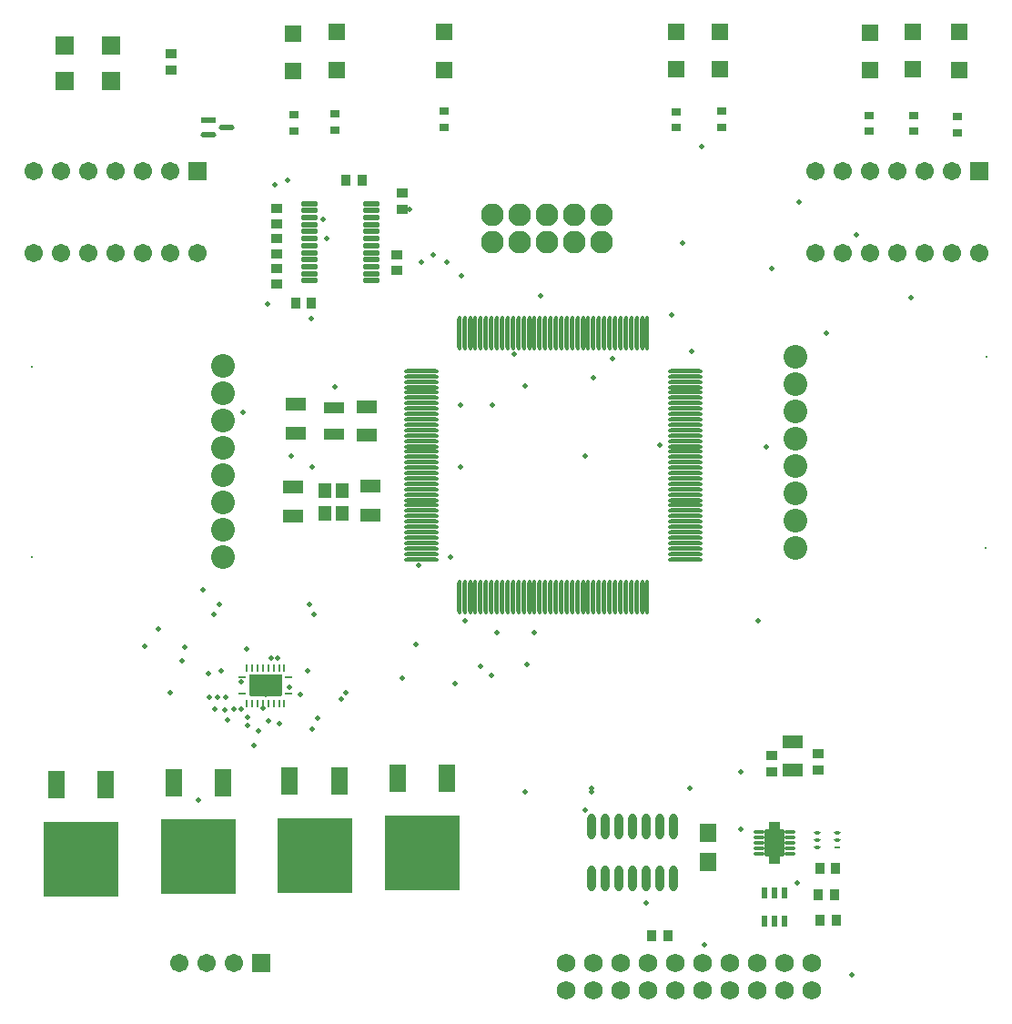
<source format=gbr>
%TF.GenerationSoftware,Altium Limited,Altium Designer,24.1.2 (44)*%
G04 Layer_Color=8388736*
%FSLAX45Y45*%
%MOMM*%
%TF.SameCoordinates,E01E6690-4C2E-4FB1-AE08-5A5A66155338*%
%TF.FilePolarity,Negative*%
%TF.FileFunction,Soldermask,Top*%
%TF.Part,Single*%
G01*
G75*
%TA.AperFunction,SMDPad,CuDef*%
G04:AMPARAMS|DCode=11|XSize=2.05mm|YSize=3.05mm|CornerRadius=0.05125mm|HoleSize=0mm|Usage=FLASHONLY|Rotation=90.000|XOffset=0mm|YOffset=0mm|HoleType=Round|Shape=RoundedRectangle|*
%AMROUNDEDRECTD11*
21,1,2.05000,2.94750,0,0,90.0*
21,1,1.94750,3.05000,0,0,90.0*
1,1,0.10250,1.47375,0.97375*
1,1,0.10250,1.47375,-0.97375*
1,1,0.10250,-1.47375,-0.97375*
1,1,0.10250,-1.47375,0.97375*
%
%ADD11ROUNDEDRECTD11*%
G04:AMPARAMS|DCode=12|XSize=0.24mm|YSize=0.6mm|CornerRadius=0.0504mm|HoleSize=0mm|Usage=FLASHONLY|Rotation=90.000|XOffset=0mm|YOffset=0mm|HoleType=Round|Shape=RoundedRectangle|*
%AMROUNDEDRECTD12*
21,1,0.24000,0.49920,0,0,90.0*
21,1,0.13920,0.60000,0,0,90.0*
1,1,0.10080,0.24960,0.06960*
1,1,0.10080,0.24960,-0.06960*
1,1,0.10080,-0.24960,-0.06960*
1,1,0.10080,-0.24960,0.06960*
%
%ADD12ROUNDEDRECTD12*%
G04:AMPARAMS|DCode=13|XSize=0.6mm|YSize=0.24mm|CornerRadius=0.0504mm|HoleSize=0mm|Usage=FLASHONLY|Rotation=90.000|XOffset=0mm|YOffset=0mm|HoleType=Round|Shape=RoundedRectangle|*
%AMROUNDEDRECTD13*
21,1,0.60000,0.13920,0,0,90.0*
21,1,0.49920,0.24000,0,0,90.0*
1,1,0.10080,0.06960,0.24960*
1,1,0.10080,0.06960,-0.24960*
1,1,0.10080,-0.06960,-0.24960*
1,1,0.10080,-0.06960,0.24960*
%
%ADD13ROUNDEDRECTD13*%
%ADD14R,1.50000X1.50000*%
%ADD15R,0.90000X0.65000*%
%ADD22R,0.60000X1.10000*%
%ADD23R,1.15000X1.40000*%
%ADD27R,7.00000X7.00000*%
%ADD28R,1.50000X2.50000*%
G04:AMPARAMS|DCode=29|XSize=1.46395mm|YSize=0.47583mm|CornerRadius=0.23791mm|HoleSize=0mm|Usage=FLASHONLY|Rotation=0.000|XOffset=0mm|YOffset=0mm|HoleType=Round|Shape=RoundedRectangle|*
%AMROUNDEDRECTD29*
21,1,1.46395,0.00000,0,0,0.0*
21,1,0.98813,0.47583,0,0,0.0*
1,1,0.47583,0.49406,0.00000*
1,1,0.47583,-0.49406,0.00000*
1,1,0.47583,-0.49406,0.00000*
1,1,0.47583,0.49406,0.00000*
%
%ADD29ROUNDEDRECTD29*%
%ADD30R,1.46395X0.47583*%
G04:AMPARAMS|DCode=31|XSize=1.5mm|YSize=0.45mm|CornerRadius=0.0495mm|HoleSize=0mm|Usage=FLASHONLY|Rotation=0.000|XOffset=0mm|YOffset=0mm|HoleType=Round|Shape=RoundedRectangle|*
%AMROUNDEDRECTD31*
21,1,1.50000,0.35100,0,0,0.0*
21,1,1.40100,0.45000,0,0,0.0*
1,1,0.09900,0.70050,-0.17550*
1,1,0.09900,-0.70050,-0.17550*
1,1,0.09900,-0.70050,0.17550*
1,1,0.09900,0.70050,0.17550*
%
%ADD31ROUNDEDRECTD31*%
%ADD32R,1.50000X1.75000*%
G04:AMPARAMS|DCode=33|XSize=0.61107mm|YSize=0.29247mm|CornerRadius=0.14624mm|HoleSize=0mm|Usage=FLASHONLY|Rotation=180.000|XOffset=0mm|YOffset=0mm|HoleType=Round|Shape=RoundedRectangle|*
%AMROUNDEDRECTD33*
21,1,0.61107,0.00000,0,0,180.0*
21,1,0.31860,0.29247,0,0,180.0*
1,1,0.29247,-0.15930,0.00000*
1,1,0.29247,0.15930,0.00000*
1,1,0.29247,0.15930,0.00000*
1,1,0.29247,-0.15930,0.00000*
%
%ADD33ROUNDEDRECTD33*%
%ADD34R,0.61107X0.29247*%
%ADD35R,1.90000X1.10000*%
%TA.AperFunction,ViaPad*%
%ADD48C,0.50000*%
%TA.AperFunction,SMDPad,CuDef*%
%ADD54O,0.42320X3.20320*%
%ADD55O,3.20320X0.42320*%
%ADD56R,0.90320X1.10320*%
%ADD57R,1.10320X0.90320*%
G04:AMPARAMS|DCode=58|XSize=1.79mm|YSize=2.54mm|CornerRadius=0.1195mm|HoleSize=0mm|Usage=FLASHONLY|Rotation=180.000|XOffset=0mm|YOffset=0mm|HoleType=Round|Shape=RoundedRectangle|*
%AMROUNDEDRECTD58*
21,1,1.79000,2.30100,0,0,180.0*
21,1,1.55100,2.54000,0,0,180.0*
1,1,0.23900,-0.77550,1.15050*
1,1,0.23900,0.77550,1.15050*
1,1,0.23900,0.77550,-1.15050*
1,1,0.23900,-0.77550,-1.15050*
%
%ADD58ROUNDEDRECTD58*%
G04:AMPARAMS|DCode=59|XSize=0.42mm|YSize=0.99mm|CornerRadius=0.1204mm|HoleSize=0mm|Usage=FLASHONLY|Rotation=270.000|XOffset=0mm|YOffset=0mm|HoleType=Round|Shape=RoundedRectangle|*
%AMROUNDEDRECTD59*
21,1,0.42000,0.74920,0,0,270.0*
21,1,0.17920,0.99000,0,0,270.0*
1,1,0.24080,-0.37460,-0.08960*
1,1,0.24080,-0.37460,0.08960*
1,1,0.24080,0.37460,0.08960*
1,1,0.24080,0.37460,-0.08960*
%
%ADD59ROUNDEDRECTD59*%
%ADD60R,1.90320X1.30320*%
%ADD61O,0.80320X2.40320*%
%ADD62R,1.70320X1.70320*%
%TA.AperFunction,NonConductor*%
%ADD63R,0.48321X0.90322*%
%ADD64R,0.48316X0.90322*%
%ADD65R,0.48316X0.90317*%
%ADD66R,0.48321X0.90317*%
%TA.AperFunction,ComponentPad*%
%ADD67C,1.72720*%
%ADD68C,1.70320*%
%ADD69R,1.70320X1.70320*%
%ADD70C,0.20320*%
%ADD71C,2.20320*%
%ADD72C,2.10320*%
%ADD73R,1.70320X1.70320*%
%TA.AperFunction,ViaPad*%
%ADD74C,0.50320*%
%ADD75C,0.70320*%
D11*
X7342414Y6160699D02*
D03*
D12*
X7557414Y6235700D02*
D03*
Y6085698D02*
D03*
X7127413Y6235700D02*
D03*
Y6085698D02*
D03*
D13*
X7167413Y6325697D02*
D03*
X7217415D02*
D03*
X7267412D02*
D03*
X7317415D02*
D03*
X7367412D02*
D03*
X7417415D02*
D03*
X7467412D02*
D03*
X7517414D02*
D03*
Y5995700D02*
D03*
X7467412D02*
D03*
X7417415D02*
D03*
X7367412D02*
D03*
X7317415D02*
D03*
X7267412D02*
D03*
X7217415D02*
D03*
X7167413D02*
D03*
D14*
X9004300Y11889999D02*
D03*
Y12240001D02*
D03*
X8001000Y11889999D02*
D03*
Y12240001D02*
D03*
X13792200Y11889999D02*
D03*
Y12240001D02*
D03*
X12966701Y11887200D02*
D03*
Y12237202D02*
D03*
X13360400Y11892798D02*
D03*
Y12242800D02*
D03*
X7594600Y11877299D02*
D03*
Y12227301D02*
D03*
X11569700Y11892798D02*
D03*
Y12242800D02*
D03*
X11163300Y11892798D02*
D03*
Y12242800D02*
D03*
D15*
X7988300Y11477102D02*
D03*
Y11332098D02*
D03*
X9004300Y11502502D02*
D03*
Y11357498D02*
D03*
X11163300Y11498798D02*
D03*
Y11353800D02*
D03*
X11582400Y11502502D02*
D03*
Y11357498D02*
D03*
X13373100Y11464402D02*
D03*
Y11319398D02*
D03*
X13779500Y11451702D02*
D03*
Y11306698D02*
D03*
X12953999Y11464402D02*
D03*
Y11319398D02*
D03*
X7607300Y11468100D02*
D03*
Y11323102D02*
D03*
D22*
X12172701Y3967099D02*
D03*
X12077700D02*
D03*
X11982699D02*
D03*
Y4237101D02*
D03*
X12077700D02*
D03*
X12172701D02*
D03*
D23*
X8051800Y7979700D02*
D03*
Y7759700D02*
D03*
X7891800D02*
D03*
Y7979700D02*
D03*
D27*
X7797800Y4580799D02*
D03*
X8801100Y4606199D02*
D03*
X6718300Y4568099D02*
D03*
X5626100Y4546600D02*
D03*
D28*
X7567798Y5270800D02*
D03*
X8027802D02*
D03*
X8571098Y5296200D02*
D03*
X9031102D02*
D03*
X6488298Y5258100D02*
D03*
X6948302D02*
D03*
X5396098Y5236601D02*
D03*
X5856102D02*
D03*
D29*
X6978112Y11353800D02*
D03*
X6814088Y11288801D02*
D03*
D30*
Y11418799D02*
D03*
D31*
X8329102Y10644500D02*
D03*
Y10579501D02*
D03*
Y10514498D02*
D03*
Y10449499D02*
D03*
Y10384500D02*
D03*
Y10319502D02*
D03*
Y10254498D02*
D03*
Y10189500D02*
D03*
Y10124501D02*
D03*
Y10059502D02*
D03*
Y9994499D02*
D03*
Y9929500D02*
D03*
X7749098D02*
D03*
Y9994499D02*
D03*
Y10059502D02*
D03*
Y10124501D02*
D03*
Y10189500D02*
D03*
Y10254498D02*
D03*
Y10319502D02*
D03*
Y10384500D02*
D03*
Y10449499D02*
D03*
Y10514498D02*
D03*
Y10579501D02*
D03*
Y10644500D02*
D03*
D32*
X11455400Y4796201D02*
D03*
Y4521200D02*
D03*
D33*
X12471796Y4659401D02*
D03*
Y4724400D02*
D03*
Y4789399D02*
D03*
X12661900D02*
D03*
Y4724400D02*
D03*
D34*
Y4659401D02*
D03*
D35*
X7975600Y8748298D02*
D03*
Y8498302D02*
D03*
D48*
X7469911Y6160699D02*
D03*
X7214916D02*
D03*
X7342414Y6238199D02*
D03*
Y6083198D02*
D03*
D54*
X9145702Y9436100D02*
D03*
X9195704D02*
D03*
X9245702D02*
D03*
X9295704D02*
D03*
X9345701D02*
D03*
X9395704D02*
D03*
X9445701D02*
D03*
X9495704D02*
D03*
X9545701D02*
D03*
X9595703D02*
D03*
X9645701D02*
D03*
X9695703D02*
D03*
X9745701D02*
D03*
X9795703D02*
D03*
X9845700D02*
D03*
X9895703D02*
D03*
X9945700D02*
D03*
X9995703D02*
D03*
X10045700D02*
D03*
X10095702D02*
D03*
X10145700D02*
D03*
X10195702D02*
D03*
X10245700D02*
D03*
X10295702D02*
D03*
X10345699D02*
D03*
X10395702D02*
D03*
X10445699D02*
D03*
X10495702D02*
D03*
X10545699D02*
D03*
X10595701D02*
D03*
X10645699D02*
D03*
X10695701D02*
D03*
X10745699D02*
D03*
X10795701D02*
D03*
X10845698D02*
D03*
X10895701D02*
D03*
Y6986102D02*
D03*
X10845698D02*
D03*
X10795701D02*
D03*
X10745699D02*
D03*
X10695701D02*
D03*
X10645699D02*
D03*
X10595701D02*
D03*
X10545699D02*
D03*
X10495702D02*
D03*
X10445699D02*
D03*
X10395702D02*
D03*
X10345699D02*
D03*
X10295702D02*
D03*
X10245700D02*
D03*
X10195702D02*
D03*
X10145700D02*
D03*
X10095702D02*
D03*
X10045700D02*
D03*
X9995703D02*
D03*
X9945700D02*
D03*
X9895703D02*
D03*
X9845700D02*
D03*
X9795703D02*
D03*
X9745701D02*
D03*
X9695703D02*
D03*
X9645701D02*
D03*
X9595703D02*
D03*
X9545701D02*
D03*
X9495704D02*
D03*
X9445701D02*
D03*
X9395704D02*
D03*
X9345701D02*
D03*
X9295704D02*
D03*
X9245702D02*
D03*
X9195704D02*
D03*
X9145702D02*
D03*
D55*
X11245698Y9086098D02*
D03*
Y9036101D02*
D03*
Y8986098D02*
D03*
Y8936101D02*
D03*
Y8886099D02*
D03*
Y8836101D02*
D03*
Y8786099D02*
D03*
Y8736101D02*
D03*
Y8686099D02*
D03*
Y8636102D02*
D03*
Y8586099D02*
D03*
Y8536102D02*
D03*
Y8486099D02*
D03*
Y8436102D02*
D03*
Y8386100D02*
D03*
Y8336102D02*
D03*
Y8286100D02*
D03*
Y8236102D02*
D03*
Y8186100D02*
D03*
Y8136103D02*
D03*
Y8086100D02*
D03*
Y8036103D02*
D03*
Y7986100D02*
D03*
Y7936103D02*
D03*
Y7886101D02*
D03*
Y7836103D02*
D03*
Y7786101D02*
D03*
Y7736103D02*
D03*
Y7686101D02*
D03*
Y7636104D02*
D03*
Y7586101D02*
D03*
Y7536104D02*
D03*
Y7486101D02*
D03*
Y7436104D02*
D03*
Y7386102D02*
D03*
Y7336104D02*
D03*
X8795700D02*
D03*
Y7386102D02*
D03*
Y7436104D02*
D03*
Y7486101D02*
D03*
Y7536104D02*
D03*
Y7586101D02*
D03*
Y7636104D02*
D03*
Y7686101D02*
D03*
Y7736103D02*
D03*
Y7786101D02*
D03*
Y7836103D02*
D03*
Y7886101D02*
D03*
Y7936103D02*
D03*
Y7986100D02*
D03*
Y8036103D02*
D03*
Y8086100D02*
D03*
Y8136103D02*
D03*
Y8186100D02*
D03*
Y8236102D02*
D03*
Y8286100D02*
D03*
Y8336102D02*
D03*
Y8386100D02*
D03*
Y8436102D02*
D03*
Y8486099D02*
D03*
Y8536102D02*
D03*
Y8586099D02*
D03*
Y8636102D02*
D03*
Y8686099D02*
D03*
Y8736101D02*
D03*
Y8786099D02*
D03*
Y8836101D02*
D03*
Y8886099D02*
D03*
Y8936101D02*
D03*
Y8986098D02*
D03*
Y9036101D02*
D03*
Y9086098D02*
D03*
D56*
X7621199Y9715500D02*
D03*
X7771201D02*
D03*
X11085901Y3835400D02*
D03*
X10935899D02*
D03*
X12499198Y3975100D02*
D03*
X12649200D02*
D03*
X12646802Y4457700D02*
D03*
X12496800D02*
D03*
X12635301Y4216400D02*
D03*
X12485299D02*
D03*
X8242300Y10858500D02*
D03*
X8092298D02*
D03*
D57*
X7442200Y9894499D02*
D03*
Y10044501D02*
D03*
Y10172700D02*
D03*
Y10322702D02*
D03*
Y10603301D02*
D03*
Y10453299D02*
D03*
X8610600Y10741802D02*
D03*
Y10591800D02*
D03*
X8559800Y10021499D02*
D03*
Y10171501D02*
D03*
X12484100Y5374498D02*
D03*
Y5524500D02*
D03*
X12052300Y5360599D02*
D03*
Y5510601D02*
D03*
X6464300Y11887200D02*
D03*
Y12037202D02*
D03*
D58*
X12077700Y4699000D02*
D03*
D59*
X12225198Y4599000D02*
D03*
Y4648998D02*
D03*
Y4699000D02*
D03*
Y4749002D02*
D03*
Y4799000D02*
D03*
X11930202D02*
D03*
Y4749002D02*
D03*
Y4699000D02*
D03*
Y4648998D02*
D03*
Y4599000D02*
D03*
D60*
X7594600Y8009001D02*
D03*
Y7738999D02*
D03*
X8318500Y7743698D02*
D03*
Y8013700D02*
D03*
X12242800Y5372100D02*
D03*
Y5642102D02*
D03*
X7620000Y8779002D02*
D03*
Y8509000D02*
D03*
X8280400Y8488299D02*
D03*
Y8758301D02*
D03*
D61*
X11137900Y4850100D02*
D03*
X11010900D02*
D03*
X10883900D02*
D03*
X10756900D02*
D03*
X10629900D02*
D03*
X10502900D02*
D03*
X10375900D02*
D03*
X11137900Y4370100D02*
D03*
X11010900D02*
D03*
X10883900D02*
D03*
X10756900D02*
D03*
X10629900D02*
D03*
X10502900D02*
D03*
X10375900D02*
D03*
D62*
X5474599Y12115698D02*
D03*
Y11785702D02*
D03*
X5904601Y12115698D02*
D03*
Y11785702D02*
D03*
D63*
X12102699Y4543999D02*
D03*
D64*
X12052699D02*
D03*
D65*
Y4853998D02*
D03*
D66*
X12102699D02*
D03*
D67*
X10134590Y3581390D02*
D03*
X10388600Y3581400D02*
D03*
X10642600D02*
D03*
X10896600D02*
D03*
X11150600D02*
D03*
X11404600D02*
D03*
X11658590Y3581390D02*
D03*
X11912600Y3581400D02*
D03*
X12166600D02*
D03*
X12420600D02*
D03*
Y3327400D02*
D03*
X12166590Y3327390D02*
D03*
X11912600Y3327400D02*
D03*
X11658600D02*
D03*
X11404600D02*
D03*
X11150600D02*
D03*
X10896600D02*
D03*
X10642600D02*
D03*
X10388600D02*
D03*
X10134600D02*
D03*
D68*
X6540500Y3581400D02*
D03*
X6794500D02*
D03*
X7048500D02*
D03*
X12458700Y10185400D02*
D03*
X12712700D02*
D03*
X12966701D02*
D03*
X13220700D02*
D03*
X13474699D02*
D03*
X13728700D02*
D03*
X13982700D02*
D03*
X12458700Y10947400D02*
D03*
X12712700D02*
D03*
X12966701D02*
D03*
X13220700D02*
D03*
X13474699D02*
D03*
X13728700D02*
D03*
X5181600Y10185400D02*
D03*
X5435600D02*
D03*
X5689600D02*
D03*
X5943600D02*
D03*
X6197600D02*
D03*
X6451600D02*
D03*
X6705600D02*
D03*
X5181600Y10947400D02*
D03*
X5435600D02*
D03*
X5689600D02*
D03*
X5943600D02*
D03*
X6197600D02*
D03*
X6451600D02*
D03*
D69*
X7302500Y3581400D02*
D03*
D70*
X5168900Y7353300D02*
D03*
X5169809Y9129212D02*
D03*
X14046201Y9220200D02*
D03*
X14045291Y7444288D02*
D03*
D71*
X6946900Y9131300D02*
D03*
Y8877300D02*
D03*
Y8623300D02*
D03*
Y8369300D02*
D03*
Y8115300D02*
D03*
Y7861300D02*
D03*
Y7607300D02*
D03*
Y7353300D02*
D03*
X12268200Y7442200D02*
D03*
Y7696200D02*
D03*
Y7950200D02*
D03*
Y8204200D02*
D03*
Y8458200D02*
D03*
Y8712200D02*
D03*
Y8966200D02*
D03*
Y9220200D02*
D03*
D72*
X10464800Y10541000D02*
D03*
X10210800D02*
D03*
X9956800D02*
D03*
X9702800D02*
D03*
X9448800D02*
D03*
Y10287000D02*
D03*
X9702800D02*
D03*
X9956800D02*
D03*
X10210810Y10287010D02*
D03*
X10464800Y10287000D02*
D03*
D73*
X13982700Y10947400D02*
D03*
X6705600D02*
D03*
D74*
X7772400Y5753100D02*
D03*
X7734300Y6299200D02*
D03*
X7453581Y6413500D02*
D03*
X7391400D02*
D03*
X8092120Y6098540D02*
D03*
X6984647Y5841647D02*
D03*
X7175500Y5791200D02*
D03*
X7276358Y5743046D02*
D03*
X7321095Y5948029D02*
D03*
X7366662Y5831656D02*
D03*
X7467600Y5803900D02*
D03*
X6972300Y6050600D02*
D03*
X6819900D02*
D03*
X6896100D02*
D03*
X6451600Y6096000D02*
D03*
X6959600Y5930900D02*
D03*
X7175500Y5867400D02*
D03*
X7119620Y5946140D02*
D03*
X7048500Y5943600D02*
D03*
X6870700D02*
D03*
X7167413Y6504300D02*
D03*
X6565900Y6388100D02*
D03*
X6807200Y6273800D02*
D03*
X6218240Y6527800D02*
D03*
X6928721Y6299199D02*
D03*
X7112000Y6198870D02*
D03*
X7823200Y5854700D02*
D03*
X9456420Y8773160D02*
D03*
X10395702Y9029182D02*
D03*
X6761952Y7051512D02*
D03*
X8763000Y7284400D02*
D03*
X8614542Y6230620D02*
D03*
X8046720Y6035040D02*
D03*
X9195704Y6764020D02*
D03*
X8740140Y6548120D02*
D03*
X7548880Y10866120D02*
D03*
X7564120Y6149340D02*
D03*
X7791856Y6822440D02*
D03*
X6861653D02*
D03*
X6908800Y6913880D02*
D03*
X7749540D02*
D03*
X9032474Y10096500D02*
D03*
X7430882Y10821782D02*
D03*
X11400902Y11176000D02*
D03*
X10375900Y5207000D02*
D03*
X9339580Y6337300D02*
D03*
X7236460Y5604510D02*
D03*
X7665720Y6080760D02*
D03*
X9445701Y6257442D02*
D03*
X9103360Y6179820D02*
D03*
X10375900Y5171440D02*
D03*
X9756140D02*
D03*
X6591300Y6515100D02*
D03*
X9062720Y7360920D02*
D03*
X9756140Y8948420D02*
D03*
X12839700Y10350500D02*
D03*
X9154160Y8773160D02*
D03*
X13350240Y9773920D02*
D03*
X10571480Y9204960D02*
D03*
X9773920Y6357620D02*
D03*
X6344920Y6687972D02*
D03*
X7881417Y10495077D02*
D03*
X6718300Y5100320D02*
D03*
X11310620Y9271000D02*
D03*
X8796020Y10096500D02*
D03*
X12288520Y4323080D02*
D03*
X12560300Y9442450D02*
D03*
X7129780Y8699500D02*
D03*
X11007090Y8394700D02*
D03*
X7990840Y8940800D02*
D03*
X12001500Y8380730D02*
D03*
X12796520Y3467100D02*
D03*
X8905240Y10165080D02*
D03*
X9495704Y6657340D02*
D03*
X9841230D02*
D03*
X11291570Y5207000D02*
D03*
X11219180Y10276840D02*
D03*
X11122660Y9606280D02*
D03*
X12052300Y10043160D02*
D03*
X10883900Y4137660D02*
D03*
X11922760Y6766560D02*
D03*
X10314940Y5006340D02*
D03*
X12303760Y10655300D02*
D03*
X9654540Y9245600D02*
D03*
X9898380Y9786620D02*
D03*
X8679180Y10591800D02*
D03*
X9167815Y9969500D02*
D03*
X7771201Y9573260D02*
D03*
X7358380Y9712960D02*
D03*
X7912618Y10319502D02*
D03*
X11422380Y3746500D02*
D03*
X7581900Y8293100D02*
D03*
X10317480D02*
D03*
X11762740Y5360599D02*
D03*
Y4824730D02*
D03*
X7777099Y8191500D02*
D03*
X9156700D02*
D03*
D75*
X12077700Y4699000D02*
D03*
X12027703Y4623999D02*
D03*
X12127702D02*
D03*
Y4774001D02*
D03*
X12027703D02*
D03*
%TF.MD5,882713a2302876703eeea54822120ffb*%
M02*

</source>
